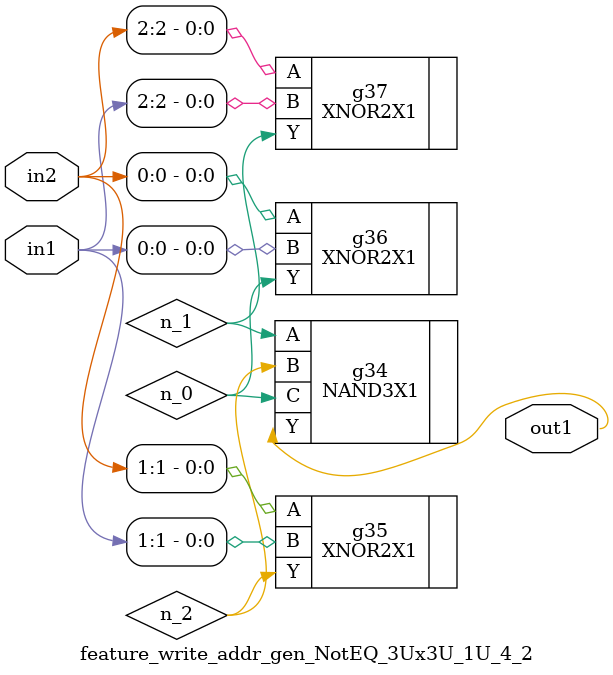
<source format=v>
`timescale 1ps / 1ps


module feature_write_addr_gen_NotEQ_3Ux3U_1U_4_2(in2, in1, out1);
  input [2:0] in2, in1;
  output out1;
  wire [2:0] in2, in1;
  wire out1;
  wire n_0, n_1, n_2;
  NAND3X1 g34(.A (n_1), .B (n_2), .C (n_0), .Y (out1));
  XNOR2X1 g35(.A (in2[1]), .B (in1[1]), .Y (n_2));
  XNOR2X1 g37(.A (in2[2]), .B (in1[2]), .Y (n_1));
  XNOR2X1 g36(.A (in2[0]), .B (in1[0]), .Y (n_0));
endmodule



</source>
